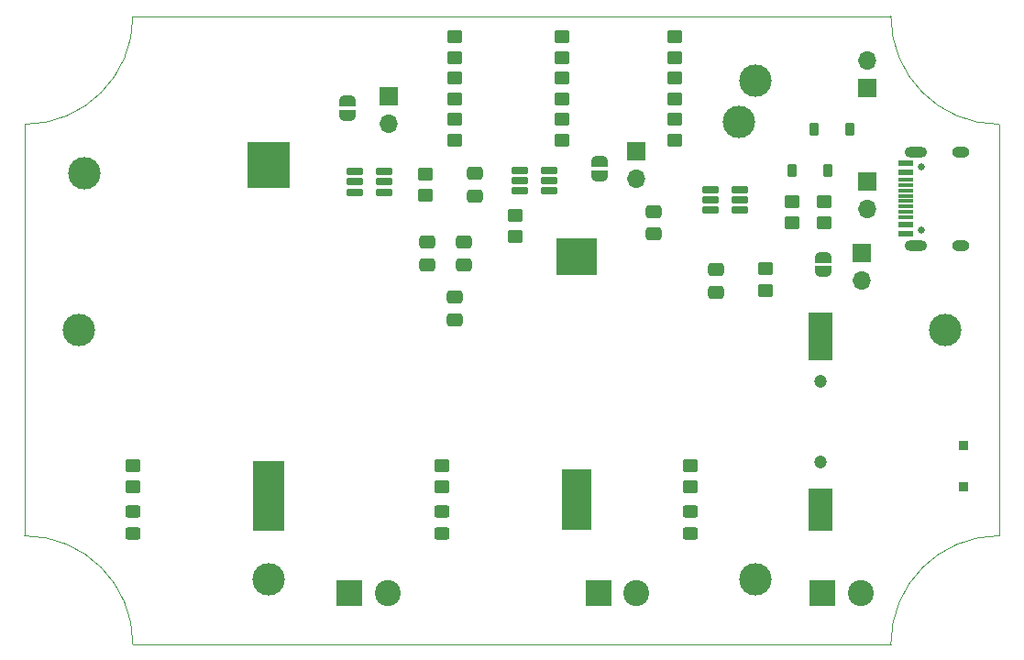
<source format=gbr>
G04 #@! TF.GenerationSoftware,KiCad,Pcbnew,7.0.11+dfsg-1build4*
G04 #@! TF.CreationDate,2025-09-21T21:37:11-05:00*
G04 #@! TF.ProjectId,lir-multi-charger,6c69722d-6d75-46c7-9469-2d6368617267,rev?*
G04 #@! TF.SameCoordinates,Original*
G04 #@! TF.FileFunction,Soldermask,Top*
G04 #@! TF.FilePolarity,Negative*
%FSLAX46Y46*%
G04 Gerber Fmt 4.6, Leading zero omitted, Abs format (unit mm)*
G04 Created by KiCad (PCBNEW 7.0.11+dfsg-1build4) date 2025-09-21 21:37:11*
%MOMM*%
%LPD*%
G01*
G04 APERTURE LIST*
G04 Aperture macros list*
%AMRoundRect*
0 Rectangle with rounded corners*
0 $1 Rounding radius*
0 $2 $3 $4 $5 $6 $7 $8 $9 X,Y pos of 4 corners*
0 Add a 4 corners polygon primitive as box body*
4,1,4,$2,$3,$4,$5,$6,$7,$8,$9,$2,$3,0*
0 Add four circle primitives for the rounded corners*
1,1,$1+$1,$2,$3*
1,1,$1+$1,$4,$5*
1,1,$1+$1,$6,$7*
1,1,$1+$1,$8,$9*
0 Add four rect primitives between the rounded corners*
20,1,$1+$1,$2,$3,$4,$5,0*
20,1,$1+$1,$4,$5,$6,$7,0*
20,1,$1+$1,$6,$7,$8,$9,0*
20,1,$1+$1,$8,$9,$2,$3,0*%
%AMFreePoly0*
4,1,19,0.500000,-0.750000,0.000000,-0.750000,0.000000,-0.744911,-0.071157,-0.744911,-0.207708,-0.704816,-0.327430,-0.627875,-0.420627,-0.520320,-0.479746,-0.390866,-0.500000,-0.250000,-0.500000,0.250000,-0.479746,0.390866,-0.420627,0.520320,-0.327430,0.627875,-0.207708,0.704816,-0.071157,0.744911,0.000000,0.744911,0.000000,0.750000,0.500000,0.750000,0.500000,-0.750000,0.500000,-0.750000,
$1*%
%AMFreePoly1*
4,1,19,0.000000,0.744911,0.071157,0.744911,0.207708,0.704816,0.327430,0.627875,0.420627,0.520320,0.479746,0.390866,0.500000,0.250000,0.500000,-0.250000,0.479746,-0.390866,0.420627,-0.520320,0.327430,-0.627875,0.207708,-0.704816,0.071157,-0.744911,0.000000,-0.744911,0.000000,-0.750000,-0.500000,-0.750000,-0.500000,0.750000,0.000000,0.750000,0.000000,0.744911,0.000000,0.744911,
$1*%
G04 Aperture macros list end*
%ADD10C,3.000000*%
%ADD11RoundRect,0.250000X-0.450000X0.350000X-0.450000X-0.350000X0.450000X-0.350000X0.450000X0.350000X0*%
%ADD12R,3.800000X3.500000*%
%ADD13R,2.800000X5.700000*%
%ADD14R,2.400000X2.400000*%
%ADD15C,2.400000*%
%ADD16RoundRect,0.250000X0.450000X-0.350000X0.450000X0.350000X-0.450000X0.350000X-0.450000X-0.350000X0*%
%ADD17RoundRect,0.250000X0.475000X-0.337500X0.475000X0.337500X-0.475000X0.337500X-0.475000X-0.337500X0*%
%ADD18FreePoly0,270.000000*%
%ADD19FreePoly1,270.000000*%
%ADD20R,1.700000X1.700000*%
%ADD21O,1.700000X1.700000*%
%ADD22C,1.200000*%
%ADD23R,2.300000X4.400000*%
%ADD24R,2.300000X4.000000*%
%ADD25RoundRect,0.250000X-0.450000X0.325000X-0.450000X-0.325000X0.450000X-0.325000X0.450000X0.325000X0*%
%ADD26RoundRect,0.225000X-0.225000X-0.375000X0.225000X-0.375000X0.225000X0.375000X-0.225000X0.375000X0*%
%ADD27R,0.850000X0.850000*%
%ADD28RoundRect,0.250000X-0.475000X0.337500X-0.475000X-0.337500X0.475000X-0.337500X0.475000X0.337500X0*%
%ADD29RoundRect,0.162500X-0.617500X-0.162500X0.617500X-0.162500X0.617500X0.162500X-0.617500X0.162500X0*%
%ADD30C,0.650000*%
%ADD31R,1.450000X0.600000*%
%ADD32R,1.450000X0.300000*%
%ADD33O,2.100000X1.000000*%
%ADD34O,1.600000X1.000000*%
%ADD35R,3.900000X4.300000*%
%ADD36R,3.000000X6.500000*%
G04 #@! TA.AperFunction,Profile*
%ADD37C,0.050000*%
G04 #@! TD*
G04 APERTURE END LIST*
D10*
X105000000Y-129000000D03*
X122500000Y-152000000D03*
X185000000Y-129000000D03*
X167500000Y-152000000D03*
X167500000Y-106000000D03*
X105500000Y-114500000D03*
X166000000Y-109750000D03*
D11*
X139700000Y-101870000D03*
X139700000Y-103870000D03*
D12*
X151000000Y-122200000D03*
D13*
X151000000Y-144700000D03*
D14*
X153000000Y-153300000D03*
D15*
X156500000Y-153300000D03*
D14*
X173700000Y-153300000D03*
D15*
X177200000Y-153300000D03*
D16*
X168402000Y-125333000D03*
X168402000Y-123333000D03*
D17*
X158085000Y-120147500D03*
X158085000Y-118072500D03*
D16*
X138500000Y-143500000D03*
X138500000Y-141500000D03*
D18*
X153116000Y-113458000D03*
D19*
X153116000Y-114758000D03*
D11*
X160020000Y-109490000D03*
X160020000Y-111490000D03*
X149590000Y-101870000D03*
X149590000Y-103870000D03*
D18*
X173736000Y-122286000D03*
D19*
X173736000Y-123586000D03*
D20*
X177292000Y-121920000D03*
D21*
X177292000Y-124460000D03*
D22*
X173500000Y-141200000D03*
X173500000Y-133700000D03*
D23*
X173500000Y-129600000D03*
D24*
X173500000Y-145600000D03*
D25*
X161500000Y-145775000D03*
X161500000Y-147825000D03*
D20*
X133604000Y-107437000D03*
D21*
X133604000Y-109977000D03*
D11*
X160020000Y-101870000D03*
X160020000Y-103870000D03*
D26*
X170880000Y-114300000D03*
X174180000Y-114300000D03*
D25*
X138500000Y-145775000D03*
X138500000Y-147825000D03*
D14*
X130000000Y-153300000D03*
D15*
X133500000Y-153300000D03*
D11*
X139700000Y-105680000D03*
X139700000Y-107680000D03*
X149590000Y-105680000D03*
X149590000Y-107680000D03*
X160020000Y-105680000D03*
X160020000Y-107680000D03*
D27*
X186690000Y-139700000D03*
D28*
X140589000Y-120882500D03*
X140589000Y-122957500D03*
D29*
X145716000Y-114239000D03*
X145716000Y-115189000D03*
X145716000Y-116139000D03*
X148416000Y-116139000D03*
X148416000Y-115189000D03*
X148416000Y-114239000D03*
D28*
X163830000Y-123422500D03*
X163830000Y-125497500D03*
D20*
X177800000Y-106680000D03*
D21*
X177800000Y-104140000D03*
D11*
X139700000Y-109490000D03*
X139700000Y-111490000D03*
D17*
X137160000Y-122957500D03*
X137160000Y-120882500D03*
D29*
X163369000Y-116017000D03*
X163369000Y-116967000D03*
X163369000Y-117917000D03*
X166069000Y-117917000D03*
X166069000Y-116967000D03*
X166069000Y-116017000D03*
D11*
X149590000Y-109490000D03*
X149590000Y-111490000D03*
D18*
X129840000Y-107870000D03*
D19*
X129840000Y-109170000D03*
D20*
X156464000Y-112500000D03*
D21*
X156464000Y-115040000D03*
D28*
X139700000Y-125962500D03*
X139700000Y-128037500D03*
D25*
X110000000Y-145775000D03*
X110000000Y-147825000D03*
D16*
X145288000Y-120380000D03*
X145288000Y-118380000D03*
D20*
X177800000Y-115316000D03*
D21*
X177800000Y-117856000D03*
D26*
X172880000Y-110490000D03*
X176180000Y-110490000D03*
D11*
X173800000Y-117110000D03*
X173800000Y-119110000D03*
D30*
X182800000Y-119740000D03*
X182800000Y-113960000D03*
D31*
X181355000Y-120100000D03*
X181355000Y-119300000D03*
D32*
X181355000Y-118100000D03*
X181355000Y-117100000D03*
X181355000Y-116600000D03*
X181355000Y-115600000D03*
D31*
X181355000Y-114400000D03*
X181355000Y-113600000D03*
X181355000Y-113600000D03*
X181355000Y-114400000D03*
D32*
X181355000Y-115100000D03*
X181355000Y-116100000D03*
X181355000Y-117600000D03*
X181355000Y-118600000D03*
D31*
X181355000Y-119300000D03*
X181355000Y-120100000D03*
D33*
X182270000Y-121170000D03*
D34*
X186450000Y-121170000D03*
D33*
X182270000Y-112530000D03*
D34*
X186450000Y-112530000D03*
D35*
X122500000Y-113741000D03*
D36*
X122500000Y-144350000D03*
D11*
X170900000Y-117110000D03*
X170900000Y-119110000D03*
D16*
X161500000Y-143500000D03*
X161500000Y-141500000D03*
D17*
X141595000Y-116607500D03*
X141595000Y-114532500D03*
D16*
X110000000Y-143500000D03*
X110000000Y-141500000D03*
D29*
X130476000Y-114366000D03*
X130476000Y-115316000D03*
X130476000Y-116266000D03*
X133176000Y-116266000D03*
X133176000Y-115316000D03*
X133176000Y-114366000D03*
D16*
X137033000Y-116570000D03*
X137033000Y-114570000D03*
D27*
X186690000Y-143510000D03*
D37*
X180000000Y-100000000D02*
G75*
G03*
X190000000Y-110000000I10000000J0D01*
G01*
X110000000Y-100000000D02*
X180000000Y-100000000D01*
X190000000Y-148000000D02*
G75*
G03*
X180000000Y-158000000I0J-10000000D01*
G01*
X110000000Y-158000000D02*
X180000000Y-158000000D01*
X100000000Y-110000000D02*
X100000000Y-148000000D01*
X100000000Y-110000000D02*
G75*
G03*
X110000000Y-100000000I0J10000000D01*
G01*
X190000000Y-110000000D02*
X190000000Y-148000000D01*
X110000000Y-158000000D02*
G75*
G03*
X100000000Y-148000000I-10000000J0D01*
G01*
M02*

</source>
